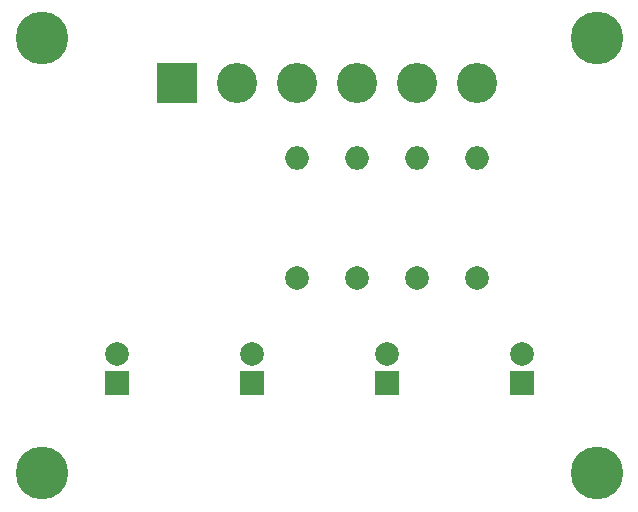
<source format=gbr>
G04 #@! TF.FileFunction,Soldermask,Top*
%FSLAX46Y46*%
G04 Gerber Fmt 4.6, Leading zero omitted, Abs format (unit mm)*
G04 Created by KiCad (PCBNEW 4.0.7) date Sunday, September 16, 2018 'AMt' 08:41:20 AM*
%MOMM*%
%LPD*%
G01*
G04 APERTURE LIST*
%ADD10C,0.100000*%
%ADD11R,2.000000X2.000000*%
%ADD12C,2.000000*%
%ADD13C,4.464000*%
%ADD14C,3.400000*%
%ADD15R,3.400000X3.400000*%
%ADD16O,2.000000X2.000000*%
G04 APERTURE END LIST*
D10*
D11*
X137160000Y-88900000D03*
D12*
X137160000Y-86400000D03*
D11*
X148590000Y-88900000D03*
D12*
X148590000Y-86400000D03*
D11*
X160020000Y-88900000D03*
D12*
X160020000Y-86400000D03*
D13*
X177800000Y-96520000D03*
X130810000Y-96520000D03*
X130810000Y-59690000D03*
D11*
X171450000Y-88900000D03*
D12*
X171450000Y-86400000D03*
D14*
X147320000Y-63500000D03*
X152400000Y-63500000D03*
D15*
X142240000Y-63500000D03*
D14*
X157480000Y-63500000D03*
X162560000Y-63500000D03*
X167640000Y-63500000D03*
D12*
X152400000Y-80010000D03*
D16*
X152400000Y-69850000D03*
D12*
X157480000Y-80010000D03*
D16*
X157480000Y-69850000D03*
D12*
X162560000Y-80010000D03*
D16*
X162560000Y-69850000D03*
D12*
X167640000Y-80010000D03*
D16*
X167640000Y-69850000D03*
D13*
X177800000Y-59690000D03*
M02*

</source>
